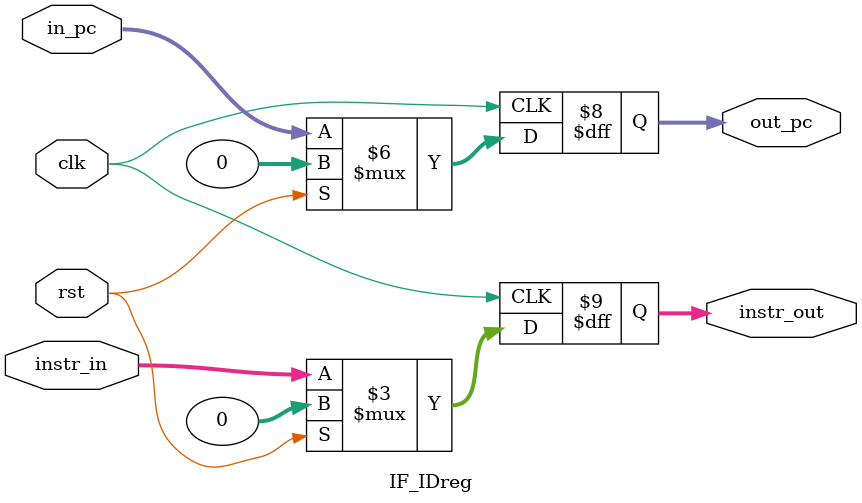
<source format=v>
module IF_IDreg(clk, rst,in_pc ,instr_in, out_pc, instr_out);
	input clk, rst;
	input [31:0] in_pc, instr_in ;
	output [31:0] out_pc, instr_out ;
	reg [31:0] out_pc, instr_out ;

	
	always @( posedge clk ) begin
		if ( rst ) 
		begin
			out_pc <= 32'b0;
			instr_out <= 32'b0;
		end
		else begin
			out_pc <= in_pc ;
			instr_out <= instr_in ;
		end
	end
		
endmodule
</source>
